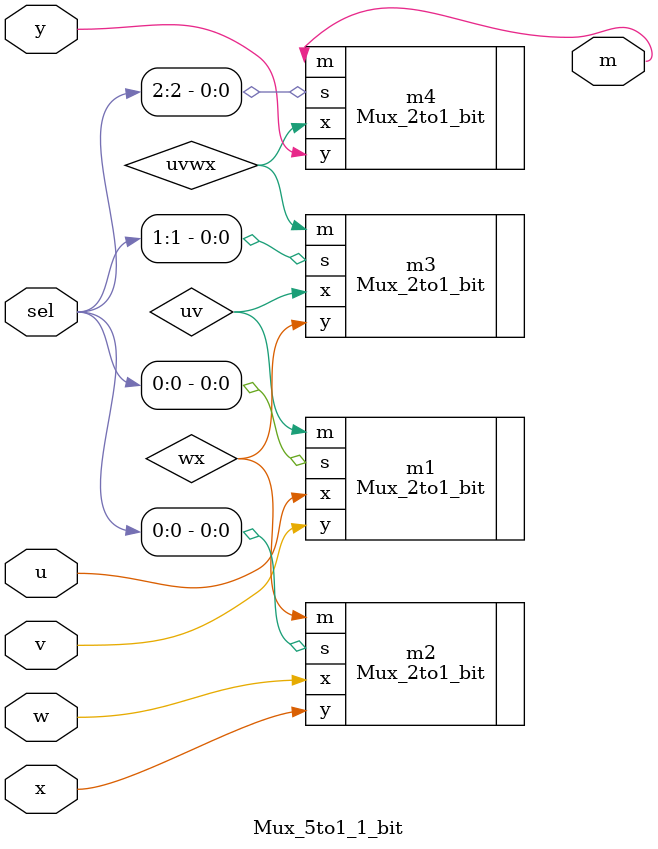
<source format=v>
module Mux_5to1_1_bit ( m,
								sel,
								u,
								v,
								w,
								x,
								y
								);
		
	output m;
	
	input [2:0] sel;
	input u;
	input v;
	input w;
	input x;
	input y;
	
	wire uv;
	wire wx;
	wire uvwx;
	
	Mux_2to1_bit m1(.m(uv), .s(sel[0]), .x(u), .y(v));
	Mux_2to1_bit m2(.m(wx), .s(sel[0]), .x(w), .y(x));
	Mux_2to1_bit m3(.m(uvwx), .s(sel[1]), .x(uv), .y(wx));
	Mux_2to1_bit m4(.m(m), .s(sel[2]), .x(uvwx), .y(y));
								
endmodule 
</source>
